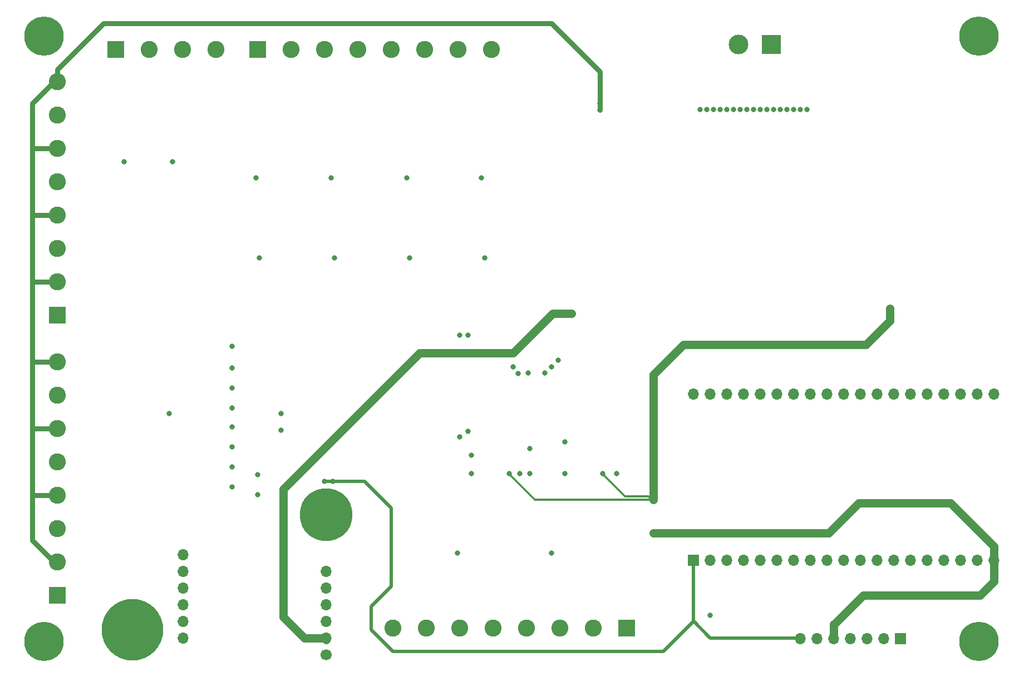
<source format=gbr>
G04 #@! TF.GenerationSoftware,KiCad,Pcbnew,(5.1.5)-3*
G04 #@! TF.CreationDate,2020-07-27T21:58:35-03:00*
G04 #@! TF.ProjectId,ESP32-BOARD,45535033-322d-4424-9f41-52442e6b6963,rev?*
G04 #@! TF.SameCoordinates,Original*
G04 #@! TF.FileFunction,Copper,L3,Inr*
G04 #@! TF.FilePolarity,Positive*
%FSLAX46Y46*%
G04 Gerber Fmt 4.6, Leading zero omitted, Abs format (unit mm)*
G04 Created by KiCad (PCBNEW (5.1.5)-3) date 2020-07-27 21:58:35*
%MOMM*%
%LPD*%
G04 APERTURE LIST*
%ADD10O,1.700000X1.700000*%
%ADD11R,1.700000X1.700000*%
%ADD12C,1.700000*%
%ADD13C,9.400000*%
%ADD14C,0.800000*%
%ADD15C,6.000000*%
%ADD16C,2.600000*%
%ADD17R,2.600000X2.600000*%
%ADD18C,3.000000*%
%ADD19R,3.000000X3.000000*%
%ADD20C,8.000000*%
%ADD21C,1.250000*%
%ADD22C,0.300000*%
%ADD23C,0.500000*%
%ADD24C,0.800000*%
G04 APERTURE END LIST*
D10*
X204698600Y-126974600D03*
X209778600Y-126974600D03*
X197078600Y-126974600D03*
X214858600Y-126974600D03*
X207238600Y-126974600D03*
X212318600Y-126974600D03*
X235204000Y-101676200D03*
X212344000Y-101676200D03*
X240284000Y-101676200D03*
X225044000Y-101676200D03*
X217424000Y-101676200D03*
X209804000Y-101676200D03*
X232664000Y-101676200D03*
X230124000Y-101676200D03*
X204724000Y-101676200D03*
X202184000Y-101676200D03*
X237744000Y-101676200D03*
X227584000Y-101676200D03*
X222504000Y-101676200D03*
X219964000Y-101676200D03*
X207264000Y-101676200D03*
X199644000Y-101676200D03*
X214884000Y-101676200D03*
X197104000Y-101676200D03*
X194564000Y-101676200D03*
X235178600Y-126974600D03*
X240258600Y-126974600D03*
X225018600Y-126974600D03*
X217398600Y-126974600D03*
X232638600Y-126974600D03*
X230098600Y-126974600D03*
X202158600Y-126974600D03*
X237718600Y-126974600D03*
X227558600Y-126974600D03*
X222478600Y-126974600D03*
X219938600Y-126974600D03*
X199618600Y-126974600D03*
D11*
X194538600Y-126974600D03*
D10*
X116903500Y-128651000D03*
X116903500Y-131191000D03*
X116903500Y-126111000D03*
X116903500Y-133731000D03*
X116903500Y-136271000D03*
X116903500Y-138811000D03*
X138645900Y-131216400D03*
X138645900Y-133756400D03*
X138645900Y-128676400D03*
X138645900Y-136296400D03*
X138645900Y-138836400D03*
D12*
X138645900Y-141376400D03*
D10*
X210820000Y-138938000D03*
X213360000Y-138938000D03*
X215900000Y-138938000D03*
X218440000Y-138938000D03*
X220980000Y-138938000D03*
X223520000Y-138938000D03*
D11*
X226060000Y-138938000D03*
D13*
X109207300Y-137541000D03*
D14*
X236207300Y-45339000D03*
X237985300Y-44577000D03*
X239763300Y-48895000D03*
X235445300Y-47117000D03*
X236207300Y-48895000D03*
X237985300Y-49657000D03*
X239763300Y-45339000D03*
X240525300Y-47117000D03*
D15*
X237985300Y-47117000D03*
D14*
X236207300Y-137541000D03*
X237985300Y-136779000D03*
X239763300Y-141097000D03*
X235445300Y-139319000D03*
X236207300Y-141097000D03*
X237985300Y-141859000D03*
X239763300Y-137541000D03*
X240525300Y-139319000D03*
D15*
X237985300Y-139319000D03*
D14*
X93967300Y-137541000D03*
X95745300Y-136779000D03*
X97523300Y-141097000D03*
X93205300Y-139319000D03*
X93967300Y-141097000D03*
X95745300Y-141859000D03*
X97523300Y-137541000D03*
X98285300Y-139319000D03*
D15*
X95745300Y-139319000D03*
D14*
X93967300Y-45339000D03*
X95745300Y-44577000D03*
X97523300Y-48895000D03*
X93205300Y-47117000D03*
X93967300Y-48895000D03*
X95745300Y-49657000D03*
X97523300Y-45339000D03*
X98285300Y-47117000D03*
D15*
X95745300Y-47117000D03*
D16*
X121920000Y-49149000D03*
X116840000Y-49149000D03*
X111760000Y-49149000D03*
D17*
X106680000Y-49149000D03*
D16*
X163817300Y-49149000D03*
X158737300Y-49149000D03*
X153657300Y-49149000D03*
X148577300Y-49149000D03*
X143497300Y-49149000D03*
X138417300Y-49149000D03*
X133337300Y-49149000D03*
D17*
X128257300Y-49149000D03*
D16*
X97777300Y-96774000D03*
X97777300Y-101854000D03*
X97777300Y-106934000D03*
X97777300Y-112014000D03*
X97777300Y-117094000D03*
X97777300Y-122174000D03*
X97777300Y-127254000D03*
D17*
X97777300Y-132334000D03*
D16*
X97777300Y-54102000D03*
X97777300Y-59182000D03*
X97777300Y-64262000D03*
X97777300Y-69342000D03*
X97777300Y-74422000D03*
X97777300Y-79502000D03*
X97777300Y-84582000D03*
D17*
X97777300Y-89662000D03*
D16*
X148805900Y-137287000D03*
X153885900Y-137287000D03*
X158965900Y-137287000D03*
X164045900Y-137287000D03*
X169125900Y-137287000D03*
X174205900Y-137287000D03*
X179285900Y-137287000D03*
D17*
X184365900Y-137287000D03*
D18*
X201375000Y-48387000D03*
D19*
X206375000Y-48387000D03*
D20*
X138671300Y-120015000D03*
D14*
X162801300Y-80899000D03*
X201676000Y-58293000D03*
X200660000Y-58293000D03*
X199644000Y-58293000D03*
X198628000Y-58293000D03*
X197612000Y-58293000D03*
X196596000Y-58293000D03*
X195580000Y-58293000D03*
X202692000Y-58293000D03*
X208788000Y-58293000D03*
X207772000Y-58293000D03*
X209804000Y-58293000D03*
X210820000Y-58293000D03*
X211836000Y-58293000D03*
X206756000Y-58293000D03*
X205740000Y-58293000D03*
X204724000Y-58293000D03*
X203708000Y-58293000D03*
X124333000Y-97663000D03*
X124333000Y-100711000D03*
X124333000Y-109728000D03*
X124333000Y-112776000D03*
X124333000Y-115824000D03*
X197104000Y-135382000D03*
X124333000Y-94361000D03*
X124333000Y-106680000D03*
X124333000Y-103759000D03*
X114808000Y-104648000D03*
X168135300Y-113792000D03*
X182867300Y-113792000D03*
X158610300Y-125857000D03*
X172961300Y-125857000D03*
X151371300Y-80899000D03*
X139941300Y-80899000D03*
X128511300Y-80899000D03*
X115303300Y-66294000D03*
X107951407Y-66294000D03*
X132156200Y-126111000D03*
X176022000Y-89408000D03*
X174752000Y-89408000D03*
X132156200Y-125095000D03*
X224409000Y-89916000D03*
X224408998Y-88646004D03*
X188455300Y-117728990D03*
X166484296Y-113792000D03*
X180708300Y-113792000D03*
X160782000Y-113792000D03*
X160782000Y-110998000D03*
X169672000Y-113792000D03*
X169672000Y-109982000D03*
X174993302Y-108966000D03*
X174993300Y-113792000D03*
X139687300Y-114935000D03*
X138417300Y-114935000D03*
X128016000Y-68707000D03*
X139445994Y-68707000D03*
X150954500Y-68755500D03*
X162306002Y-68707000D03*
X167894000Y-98552000D03*
X173990000Y-96520000D03*
X172974000Y-97536000D03*
X167131994Y-97536000D03*
X171958000Y-98425000D03*
X169418000Y-98424994D03*
X159004000Y-92710000D03*
X159004000Y-108203994D03*
X160274000Y-92709998D03*
X160273992Y-107315000D03*
X131826000Y-107188000D03*
X128270000Y-113919000D03*
X131825994Y-104648000D03*
X128270000Y-116967000D03*
X180340000Y-57404000D03*
X180340000Y-58420000D03*
X188455300Y-122808998D03*
D21*
X167119300Y-95377000D02*
X173088300Y-89408000D01*
X152895300Y-95377000D02*
X167119300Y-95377000D01*
X138417300Y-138811000D02*
X135369300Y-138811000D01*
X173088300Y-89408000D02*
X176022000Y-89408000D01*
X138671300Y-139065000D02*
X138417300Y-138811000D01*
X132156200Y-135597900D02*
X132156200Y-116116100D01*
X132156200Y-116116100D02*
X152895300Y-95377000D01*
X135369300Y-138811000D02*
X132156200Y-135597900D01*
X224408998Y-89915998D02*
X224409000Y-89916000D01*
X224408998Y-88646004D02*
X224408998Y-89915998D01*
X224409000Y-90481685D02*
X220783685Y-94107000D01*
X224409000Y-89916000D02*
X224409000Y-90481685D01*
X220783685Y-94107000D02*
X193027300Y-94107000D01*
X188455300Y-98679000D02*
X188455300Y-117728990D01*
X193027300Y-94107000D02*
X188455300Y-98679000D01*
D22*
X170421286Y-117728990D02*
X166884295Y-114191999D01*
X166884295Y-114191999D02*
X166484296Y-113792000D01*
X188455300Y-117728990D02*
X170421286Y-117728990D01*
X181108299Y-114191999D02*
X180708300Y-113792000D01*
X184137300Y-117221000D02*
X181108299Y-114191999D01*
X188455300Y-117728990D02*
X188201290Y-117728990D01*
X187693300Y-117221000D02*
X184137300Y-117221000D01*
X188201290Y-117728990D02*
X187693300Y-117221000D01*
D23*
X194538600Y-126974600D02*
X194538600Y-136258300D01*
X194538600Y-136258300D02*
X197091300Y-138811000D01*
X197091300Y-138811000D02*
X210807300Y-138811000D01*
X194538600Y-136258300D02*
X194538600Y-136283700D01*
X194538600Y-136283700D02*
X189979300Y-140843000D01*
X189979300Y-140843000D02*
X148831300Y-140843000D01*
X148831300Y-140843000D02*
X146545300Y-138557000D01*
X146545300Y-138557000D02*
X145529300Y-137541000D01*
X145529300Y-137541000D02*
X145529300Y-133985000D01*
X145529300Y-133985000D02*
X148577300Y-130937000D01*
X148577300Y-130937000D02*
X148577300Y-129413000D01*
X148577300Y-129413000D02*
X148577300Y-118999000D01*
X148577300Y-118999000D02*
X144513300Y-114935000D01*
X144513300Y-114935000D02*
X139687300Y-114935000D01*
X139687300Y-114935000D02*
X138417300Y-114935000D01*
X139687300Y-114935000D02*
X139687300Y-114935000D01*
D24*
X97282000Y-127254000D02*
X93980000Y-123952000D01*
X93980000Y-57404000D02*
X97282000Y-54102000D01*
X94234000Y-64262000D02*
X93980000Y-64008000D01*
X97282000Y-64262000D02*
X94234000Y-64262000D01*
X93980000Y-64008000D02*
X93980000Y-57404000D01*
X94234000Y-74422000D02*
X93980000Y-74168000D01*
X97282000Y-74422000D02*
X94234000Y-74422000D01*
X93980000Y-74168000D02*
X93980000Y-64008000D01*
X97282000Y-84582000D02*
X93980000Y-84582000D01*
X93980000Y-84582000D02*
X93980000Y-74168000D01*
X97282000Y-96774000D02*
X93980000Y-96774000D01*
X93980000Y-96774000D02*
X93980000Y-84582000D01*
X97282000Y-106934000D02*
X93980000Y-106934000D01*
X93980000Y-106934000D02*
X93980000Y-96774000D01*
X97282000Y-117094000D02*
X93980000Y-117094000D01*
X93980000Y-123952000D02*
X93980000Y-117094000D01*
X93980000Y-117094000D02*
X93980000Y-106934000D01*
X180340000Y-52578000D02*
X180086000Y-52324000D01*
X97282000Y-54102000D02*
X97028000Y-54102000D01*
X180340000Y-52578000D02*
X180340000Y-58420000D01*
X172974000Y-45212000D02*
X104762300Y-45212000D01*
X97650300Y-54102000D02*
X97282000Y-54102000D01*
X180340000Y-52578000D02*
X172974000Y-45212000D01*
X97777300Y-52197000D02*
X97777300Y-53975000D01*
X104762300Y-45212000D02*
X97777300Y-52197000D01*
X97777300Y-53975000D02*
X97650300Y-54102000D01*
D22*
X240271300Y-130175000D02*
X240271300Y-126873000D01*
X238112300Y-132334000D02*
X240271300Y-130175000D01*
X215900000Y-138938000D02*
X215900000Y-136766300D01*
D21*
X240258600Y-130187700D02*
X238112300Y-132334000D01*
X240258600Y-126974600D02*
X240258600Y-130187700D01*
X220332300Y-132334000D02*
X215887300Y-136779000D01*
X238112300Y-132334000D02*
X220332300Y-132334000D01*
D22*
X215900000Y-136766300D02*
X215887300Y-136779000D01*
D21*
X215900000Y-136766300D02*
X215900000Y-138925300D01*
X215900000Y-138925300D02*
X215887300Y-138938000D01*
X233667300Y-118237000D02*
X240271300Y-124841000D01*
X219697300Y-118237000D02*
X233667300Y-118237000D01*
X188455300Y-122808998D02*
X215125302Y-122808998D01*
X240271300Y-124841000D02*
X240271300Y-126873000D01*
X215125302Y-122808998D02*
X219697300Y-118237000D01*
M02*

</source>
